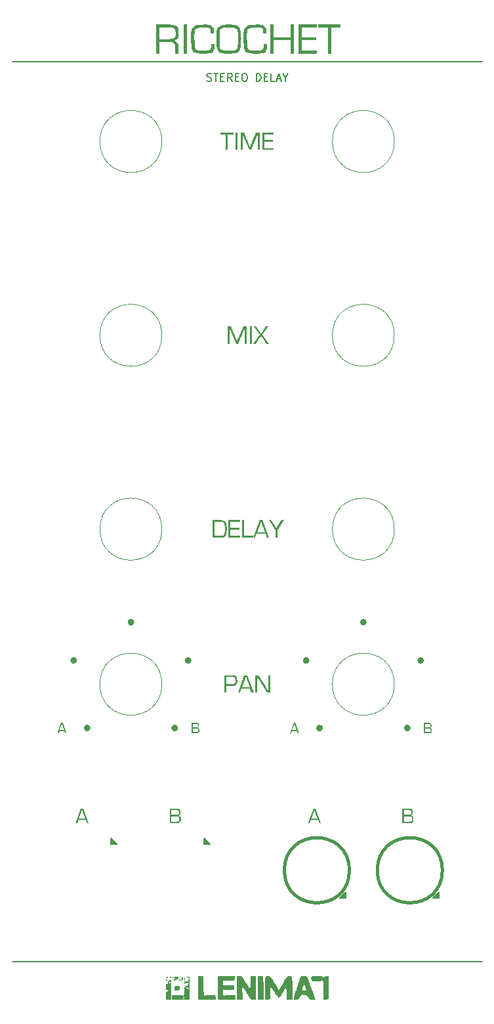
<source format=gto>
G04 #@! TF.GenerationSoftware,KiCad,Pcbnew,8.0.5*
G04 #@! TF.CreationDate,2024-11-24T11:28:15+01:00*
G04 #@! TF.ProjectId,ricochet_panel,7269636f-6368-4657-945f-70616e656c2e,rev?*
G04 #@! TF.SameCoordinates,Original*
G04 #@! TF.FileFunction,Legend,Top*
G04 #@! TF.FilePolarity,Positive*
%FSLAX46Y46*%
G04 Gerber Fmt 4.6, Leading zero omitted, Abs format (unit mm)*
G04 Created by KiCad (PCBNEW 8.0.5) date 2024-11-24 11:28:15*
%MOMM*%
%LPD*%
G01*
G04 APERTURE LIST*
%ADD10C,0.150000*%
%ADD11C,0.400000*%
%ADD12C,0.100000*%
%ADD13C,0.000000*%
%ADD14C,0.450000*%
%ADD15C,6.200000*%
%ADD16C,7.200000*%
%ADD17O,7.000000X3.200000*%
%ADD18C,3.200000*%
G04 APERTURE END LIST*
D10*
X50000000Y-172000000D02*
X110600000Y-172000000D01*
X110600000Y-56000000D02*
X50000000Y-56000000D01*
G36*
X59847034Y-154160000D02*
G01*
X59625750Y-154160000D01*
X59480181Y-153753579D01*
X58531053Y-153753579D01*
X58386950Y-154160000D01*
X58162735Y-154160000D01*
X58368778Y-153597264D01*
X58591626Y-153597264D01*
X59418632Y-153597264D01*
X59002442Y-152457627D01*
X58591626Y-153597264D01*
X58368778Y-153597264D01*
X58849546Y-152284214D01*
X59146545Y-152284214D01*
X59847034Y-154160000D01*
G37*
G36*
X78498188Y-135096312D02*
G01*
X78615475Y-135112078D01*
X78730743Y-135143754D01*
X78844819Y-135205500D01*
X78883196Y-135240534D01*
X78950352Y-135345156D01*
X78991595Y-135472641D01*
X79011132Y-135589557D01*
X79020900Y-135724732D01*
X79022121Y-135799166D01*
X79017051Y-135937666D01*
X79001843Y-136058607D01*
X78971284Y-136177514D01*
X78919462Y-136284144D01*
X78877920Y-136334937D01*
X78776776Y-136403794D01*
X78653238Y-136446081D01*
X78519176Y-136468477D01*
X78384977Y-136476823D01*
X78336287Y-136477380D01*
X78237222Y-136479138D01*
X77587732Y-136479138D01*
X77587732Y-137342000D01*
X77333914Y-137342000D01*
X77333914Y-136254044D01*
X77587732Y-136254044D01*
X78189155Y-136254044D01*
X78321177Y-136251324D01*
X78451083Y-136241274D01*
X78567743Y-136220721D01*
X78672756Y-136176668D01*
X78741831Y-136080044D01*
X78771002Y-135960426D01*
X78779337Y-135836375D01*
X78779441Y-135819096D01*
X78775991Y-135687267D01*
X78763599Y-135564837D01*
X78731844Y-135445668D01*
X78707341Y-135404665D01*
X78597019Y-135342395D01*
X78475386Y-135322062D01*
X78367355Y-135317910D01*
X78270048Y-135316152D01*
X77587732Y-135316152D01*
X77587732Y-136254044D01*
X77333914Y-136254044D01*
X77333914Y-135091057D01*
X78278255Y-135091057D01*
X78363838Y-135091057D01*
X78498188Y-135096312D01*
G37*
G36*
X81138241Y-137342000D02*
G01*
X80872700Y-137342000D01*
X80698018Y-136854295D01*
X79559064Y-136854295D01*
X79386141Y-137342000D01*
X79117083Y-137342000D01*
X79364335Y-136666717D01*
X79631751Y-136666717D01*
X80624159Y-136666717D01*
X80124731Y-135299152D01*
X79631751Y-136666717D01*
X79364335Y-136666717D01*
X79941256Y-135091057D01*
X80297655Y-135091057D01*
X81138241Y-137342000D01*
G37*
G36*
X83279567Y-135091057D02*
G01*
X83279567Y-137342000D01*
X82862205Y-137342000D01*
X81919623Y-135810890D01*
X81766043Y-135558245D01*
X81690425Y-135432802D01*
X81614221Y-135307359D01*
X81607773Y-135307359D01*
X81609532Y-135391769D01*
X81611291Y-135477352D01*
X81611291Y-135646173D01*
X81611291Y-137342000D01*
X81357473Y-137342000D01*
X81357473Y-135091057D01*
X81772491Y-135091057D01*
X82595492Y-136434002D01*
X82809448Y-136786298D01*
X82916720Y-136960981D01*
X83022233Y-137137422D01*
X83029267Y-137137422D01*
X83027508Y-137053598D01*
X83025750Y-136968015D01*
X83025750Y-136799780D01*
X83025750Y-135091057D01*
X83279567Y-135091057D01*
G37*
G36*
X80226727Y-90091057D02*
G01*
X80226727Y-92342000D01*
X79972910Y-92342000D01*
X79972910Y-90541832D01*
X79972910Y-90406424D01*
X79974082Y-90339013D01*
X79975840Y-90271016D01*
X79969392Y-90271016D01*
X79949462Y-90323772D01*
X79930118Y-90375356D01*
X79886741Y-90480869D01*
X79120600Y-92342000D01*
X78866196Y-92342000D01*
X78098297Y-90501972D01*
X78053747Y-90398217D01*
X78033817Y-90345461D01*
X78013886Y-90294463D01*
X78007438Y-90294463D01*
X78009197Y-90355426D01*
X78010956Y-90418147D01*
X78010956Y-90541832D01*
X78010956Y-92342000D01*
X77757138Y-92342000D01*
X77757138Y-90091057D01*
X78197362Y-90091057D01*
X78797027Y-91547722D01*
X78892575Y-91783367D01*
X78940642Y-91900018D01*
X78986950Y-92017254D01*
X78993398Y-92017254D01*
X79039706Y-91900018D01*
X79083616Y-91789970D01*
X79086015Y-91783367D01*
X79182735Y-91549480D01*
X79780055Y-90091057D01*
X80226727Y-90091057D01*
G37*
G36*
X80892630Y-90091057D02*
G01*
X80892630Y-92342000D01*
X80638813Y-92342000D01*
X80638813Y-90091057D01*
X80892630Y-90091057D01*
G37*
G36*
X83030439Y-90091057D02*
G01*
X82311779Y-91178427D01*
X83084954Y-92342000D01*
X82784829Y-92342000D01*
X82264298Y-91554756D01*
X82181646Y-91431071D01*
X82143545Y-91370108D01*
X82104270Y-91307387D01*
X82097236Y-91307387D01*
X82057376Y-91371867D01*
X82016343Y-91434002D01*
X81930760Y-91559445D01*
X81401437Y-92342000D01*
X81090174Y-92342000D01*
X81894417Y-91178427D01*
X81154654Y-90091057D01*
X81461228Y-90091057D01*
X81960656Y-90841958D01*
X82029825Y-90948057D01*
X82064410Y-91000813D01*
X82097236Y-91053570D01*
X82104270Y-91053570D01*
X82137097Y-91002572D01*
X82169923Y-90949815D01*
X82237920Y-90845475D01*
X82730314Y-90091057D01*
X83030439Y-90091057D01*
G37*
G36*
X56997265Y-142562000D02*
G01*
X56842366Y-142562000D01*
X56740468Y-142277505D01*
X56076079Y-142277505D01*
X55975206Y-142562000D01*
X55818256Y-142562000D01*
X55962486Y-142168085D01*
X56118479Y-142168085D01*
X56697384Y-142168085D01*
X56406051Y-141370339D01*
X56118479Y-142168085D01*
X55962486Y-142168085D01*
X56299023Y-141248950D01*
X56506923Y-141248950D01*
X56997265Y-142562000D01*
G37*
G36*
X103777130Y-141250561D02*
G01*
X103852015Y-141256748D01*
X103924552Y-141269831D01*
X103994348Y-141295932D01*
X104021716Y-141314944D01*
X104064156Y-141377414D01*
X104083957Y-141444621D01*
X104093638Y-141518469D01*
X104096259Y-141592942D01*
X104090345Y-141668508D01*
X104068494Y-141742508D01*
X104030543Y-141801258D01*
X103976491Y-141844758D01*
X103928025Y-141866494D01*
X103928025Y-141869571D01*
X103998910Y-141895826D01*
X104055130Y-141936890D01*
X104096684Y-141992766D01*
X104123572Y-142063451D01*
X104134775Y-142133669D01*
X104136608Y-142180736D01*
X104133711Y-142255325D01*
X104123008Y-142331223D01*
X104101118Y-142403297D01*
X104064180Y-142465682D01*
X104054200Y-142476856D01*
X103998409Y-142518014D01*
X103932650Y-142543291D01*
X103862629Y-142556678D01*
X103793338Y-142561667D01*
X103768339Y-142562000D01*
X103125150Y-142562000D01*
X103125150Y-142430695D01*
X103273210Y-142430695D01*
X103587452Y-142430695D01*
X103721151Y-142429669D01*
X103789606Y-142427591D01*
X103861175Y-142418812D01*
X103927822Y-142396420D01*
X103942728Y-142386242D01*
X103980525Y-142324343D01*
X103993536Y-142252018D01*
X103995387Y-142202963D01*
X103992851Y-142132997D01*
X103982137Y-142062083D01*
X103951858Y-141997471D01*
X103942386Y-141988908D01*
X103877263Y-141964737D01*
X103805370Y-141954821D01*
X103736499Y-141950638D01*
X103654815Y-141949243D01*
X103273210Y-141949243D01*
X103273210Y-142430695D01*
X103125150Y-142430695D01*
X103125150Y-141817938D01*
X103273210Y-141817938D01*
X103662679Y-141817938D01*
X103737579Y-141815893D01*
X103807671Y-141808546D01*
X103877040Y-141789721D01*
X103901695Y-141775196D01*
X103939983Y-141711738D01*
X103952485Y-141643804D01*
X103955038Y-141584051D01*
X103950463Y-141512758D01*
X103930837Y-141446535D01*
X103908192Y-141418210D01*
X103839951Y-141390967D01*
X103767075Y-141382071D01*
X103703028Y-141380255D01*
X103273210Y-141380255D01*
X103273210Y-141817938D01*
X103125150Y-141817938D01*
X103125150Y-141248950D01*
X103705764Y-141248950D01*
X103777130Y-141250561D01*
G37*
G36*
X73777130Y-141250561D02*
G01*
X73852015Y-141256748D01*
X73924552Y-141269831D01*
X73994348Y-141295932D01*
X74021716Y-141314944D01*
X74064156Y-141377414D01*
X74083957Y-141444621D01*
X74093638Y-141518469D01*
X74096259Y-141592942D01*
X74090345Y-141668508D01*
X74068494Y-141742508D01*
X74030543Y-141801258D01*
X73976491Y-141844758D01*
X73928025Y-141866494D01*
X73928025Y-141869571D01*
X73998910Y-141895826D01*
X74055130Y-141936890D01*
X74096684Y-141992766D01*
X74123572Y-142063451D01*
X74134775Y-142133669D01*
X74136608Y-142180736D01*
X74133711Y-142255325D01*
X74123008Y-142331223D01*
X74101118Y-142403297D01*
X74064180Y-142465682D01*
X74054200Y-142476856D01*
X73998409Y-142518014D01*
X73932650Y-142543291D01*
X73862629Y-142556678D01*
X73793338Y-142561667D01*
X73768339Y-142562000D01*
X73125150Y-142562000D01*
X73125150Y-142430695D01*
X73273210Y-142430695D01*
X73587452Y-142430695D01*
X73721151Y-142429669D01*
X73789606Y-142427591D01*
X73861175Y-142418812D01*
X73927822Y-142396420D01*
X73942728Y-142386242D01*
X73980525Y-142324343D01*
X73993536Y-142252018D01*
X73995387Y-142202963D01*
X73992851Y-142132997D01*
X73982137Y-142062083D01*
X73951858Y-141997471D01*
X73942386Y-141988908D01*
X73877263Y-141964737D01*
X73805370Y-141954821D01*
X73736499Y-141950638D01*
X73654815Y-141949243D01*
X73273210Y-141949243D01*
X73273210Y-142430695D01*
X73125150Y-142430695D01*
X73125150Y-141817938D01*
X73273210Y-141817938D01*
X73662679Y-141817938D01*
X73737579Y-141815893D01*
X73807671Y-141808546D01*
X73877040Y-141789721D01*
X73901695Y-141775196D01*
X73939983Y-141711738D01*
X73952485Y-141643804D01*
X73955038Y-141584051D01*
X73950463Y-141512758D01*
X73930837Y-141446535D01*
X73908192Y-141418210D01*
X73839951Y-141390967D01*
X73767075Y-141382071D01*
X73703028Y-141380255D01*
X73273210Y-141380255D01*
X73273210Y-141817938D01*
X73125150Y-141817938D01*
X73125150Y-141248950D01*
X73705764Y-141248950D01*
X73777130Y-141250561D01*
G37*
G36*
X89847034Y-154160000D02*
G01*
X89625750Y-154160000D01*
X89480181Y-153753579D01*
X88531053Y-153753579D01*
X88386950Y-154160000D01*
X88162735Y-154160000D01*
X88368778Y-153597264D01*
X88591626Y-153597264D01*
X89418632Y-153597264D01*
X89002442Y-152457627D01*
X88591626Y-153597264D01*
X88368778Y-153597264D01*
X88849546Y-152284214D01*
X89146545Y-152284214D01*
X89847034Y-154160000D01*
G37*
G36*
X76986609Y-115096252D02*
G01*
X77114710Y-115111837D01*
X77248333Y-115144254D01*
X77360028Y-115191631D01*
X77462626Y-115265815D01*
X77497460Y-115303842D01*
X77564383Y-115415560D01*
X77608663Y-115540966D01*
X77636338Y-115666378D01*
X77655626Y-115810794D01*
X77665019Y-115940010D01*
X77669044Y-116081390D01*
X77669212Y-116118636D01*
X77667872Y-116251636D01*
X77663854Y-116376085D01*
X77654328Y-116528712D01*
X77640040Y-116666135D01*
X77620989Y-116788354D01*
X77590478Y-116919748D01*
X77544041Y-117046061D01*
X77516804Y-117096389D01*
X77435568Y-117192091D01*
X77325216Y-117264287D01*
X77207456Y-117307461D01*
X77068304Y-117333365D01*
X76936003Y-117341760D01*
X76907760Y-117342000D01*
X75801633Y-117342000D01*
X75801633Y-117116905D01*
X76055451Y-117116905D01*
X76788765Y-117116905D01*
X76907980Y-117113013D01*
X77032562Y-117098065D01*
X77152435Y-117066457D01*
X77266247Y-117003396D01*
X77309882Y-116957464D01*
X77366554Y-116836428D01*
X77394031Y-116721270D01*
X77410632Y-116604243D01*
X77421508Y-116468067D01*
X77426088Y-116345339D01*
X77427118Y-116245251D01*
X77425534Y-116100538D01*
X77420780Y-115969745D01*
X77410382Y-115825833D01*
X77395032Y-115703673D01*
X77370075Y-115585796D01*
X77325709Y-115477352D01*
X77234736Y-115392344D01*
X77122225Y-115347006D01*
X76994807Y-115323865D01*
X76864070Y-115316309D01*
X76840349Y-115316152D01*
X76055451Y-115316152D01*
X76055451Y-117116905D01*
X75801633Y-117116905D01*
X75801633Y-115091057D01*
X76843280Y-115091057D01*
X76986609Y-115096252D01*
G37*
G36*
X78159261Y-115316152D02*
G01*
X78159261Y-116066466D01*
X79301731Y-116066466D01*
X79301731Y-116291560D01*
X78159261Y-116291560D01*
X78159261Y-117116905D01*
X79351557Y-117116905D01*
X79351557Y-117342000D01*
X77905444Y-117342000D01*
X77905444Y-115091057D01*
X79351557Y-115091057D01*
X79351557Y-115316152D01*
X78159261Y-115316152D01*
G37*
G36*
X79921913Y-115091057D02*
G01*
X79921913Y-117116905D01*
X81079037Y-117116905D01*
X81079037Y-117342000D01*
X79668095Y-117342000D01*
X79668095Y-115091057D01*
X79921913Y-115091057D01*
G37*
G36*
X83118368Y-117342000D02*
G01*
X82852827Y-117342000D01*
X82678144Y-116854295D01*
X81539191Y-116854295D01*
X81366267Y-117342000D01*
X81097209Y-117342000D01*
X81344461Y-116666717D01*
X81611878Y-116666717D01*
X82604285Y-116666717D01*
X82104857Y-115299152D01*
X81611878Y-116666717D01*
X81344461Y-116666717D01*
X81921382Y-115091057D01*
X82277781Y-115091057D01*
X83118368Y-117342000D01*
G37*
G36*
X85040461Y-115091057D02*
G01*
X84189910Y-116402935D01*
X84189910Y-117342000D01*
X83936093Y-117342000D01*
X83936093Y-116402935D01*
X83106644Y-115091057D01*
X83401494Y-115091057D01*
X83884509Y-115851923D01*
X83977125Y-115999055D01*
X84023434Y-116071741D01*
X84067984Y-116145600D01*
X84074432Y-116145600D01*
X84118982Y-116071741D01*
X84163532Y-115999055D01*
X84257321Y-115851923D01*
X84738577Y-115091057D01*
X85040461Y-115091057D01*
G37*
G36*
X71246544Y-152286516D02*
G01*
X71353523Y-152295355D01*
X71457146Y-152314044D01*
X71556855Y-152351332D01*
X71595953Y-152378492D01*
X71656581Y-152467735D01*
X71684868Y-152563745D01*
X71698699Y-152669242D01*
X71702443Y-152775631D01*
X71693993Y-152883583D01*
X71662778Y-152989297D01*
X71608562Y-153073226D01*
X71531345Y-153135369D01*
X71462108Y-153166420D01*
X71462108Y-153170816D01*
X71563373Y-153208323D01*
X71643687Y-153266987D01*
X71703049Y-153346808D01*
X71741460Y-153447787D01*
X71757465Y-153548099D01*
X71760084Y-153615338D01*
X71755945Y-153721893D01*
X71740655Y-153830318D01*
X71709384Y-153933282D01*
X71656615Y-154022403D01*
X71642359Y-154038367D01*
X71562657Y-154097164D01*
X71468716Y-154133274D01*
X71368685Y-154152397D01*
X71269698Y-154159524D01*
X71233985Y-154160000D01*
X70315143Y-154160000D01*
X70315143Y-153972421D01*
X70526658Y-153972421D01*
X70975576Y-153972421D01*
X71166574Y-153970956D01*
X71264367Y-153967987D01*
X71366609Y-153955446D01*
X71461818Y-153923458D01*
X71483113Y-153908918D01*
X71537108Y-153820490D01*
X71555695Y-153717168D01*
X71558339Y-153647090D01*
X71554716Y-153547139D01*
X71539411Y-153445833D01*
X71496155Y-153353531D01*
X71482624Y-153341297D01*
X71389590Y-153306768D01*
X71286886Y-153292602D01*
X71188500Y-153286625D01*
X71071808Y-153284633D01*
X70526658Y-153284633D01*
X70526658Y-153972421D01*
X70315143Y-153972421D01*
X70315143Y-153097055D01*
X70526658Y-153097055D01*
X71083043Y-153097055D01*
X71190043Y-153094133D01*
X71290175Y-153083638D01*
X71389272Y-153056745D01*
X71424494Y-153035994D01*
X71479191Y-152945340D01*
X71497052Y-152848292D01*
X71500698Y-152762930D01*
X71494163Y-152661083D01*
X71466126Y-152566479D01*
X71433776Y-152526015D01*
X71336288Y-152487096D01*
X71232180Y-152474388D01*
X71140684Y-152471793D01*
X70526658Y-152471793D01*
X70526658Y-153097055D01*
X70315143Y-153097055D01*
X70315143Y-152284214D01*
X71144592Y-152284214D01*
X71246544Y-152286516D01*
G37*
G36*
X86997265Y-142562000D02*
G01*
X86842366Y-142562000D01*
X86740468Y-142277505D01*
X86076079Y-142277505D01*
X85975206Y-142562000D01*
X85818256Y-142562000D01*
X85962486Y-142168085D01*
X86118479Y-142168085D01*
X86697384Y-142168085D01*
X86406051Y-141370339D01*
X86118479Y-142168085D01*
X85962486Y-142168085D01*
X86299023Y-141248950D01*
X86506923Y-141248950D01*
X86997265Y-142562000D01*
G37*
G36*
X77816929Y-65316152D02*
G01*
X77816929Y-67342000D01*
X77563112Y-67342000D01*
X77563112Y-65316152D01*
X76829797Y-65316152D01*
X76829797Y-65091057D01*
X78544382Y-65091057D01*
X78544382Y-65316152D01*
X77816929Y-65316152D01*
G37*
G36*
X79014501Y-65091057D02*
G01*
X79014501Y-67342000D01*
X78760683Y-67342000D01*
X78760683Y-65091057D01*
X79014501Y-65091057D01*
G37*
G36*
X81912589Y-65091057D02*
G01*
X81912589Y-67342000D01*
X81658771Y-67342000D01*
X81658771Y-65541832D01*
X81658771Y-65406424D01*
X81659944Y-65339013D01*
X81661702Y-65271016D01*
X81655254Y-65271016D01*
X81635324Y-65323772D01*
X81615980Y-65375356D01*
X81572602Y-65480869D01*
X80806461Y-67342000D01*
X80552058Y-67342000D01*
X79784159Y-65501972D01*
X79739609Y-65398217D01*
X79719679Y-65345461D01*
X79699748Y-65294463D01*
X79693300Y-65294463D01*
X79695059Y-65355426D01*
X79696817Y-65418147D01*
X79696817Y-65541832D01*
X79696817Y-67342000D01*
X79443000Y-67342000D01*
X79443000Y-65091057D01*
X79883224Y-65091057D01*
X80482889Y-66547722D01*
X80578436Y-66783367D01*
X80626503Y-66900018D01*
X80672812Y-67017254D01*
X80679260Y-67017254D01*
X80725568Y-66900018D01*
X80769478Y-66789970D01*
X80771877Y-66783367D01*
X80868597Y-66549480D01*
X81465917Y-65091057D01*
X81912589Y-65091057D01*
G37*
G36*
X82487634Y-65316152D02*
G01*
X82487634Y-66066466D01*
X83630104Y-66066466D01*
X83630104Y-66291560D01*
X82487634Y-66291560D01*
X82487634Y-67116905D01*
X83679930Y-67116905D01*
X83679930Y-67342000D01*
X82233817Y-67342000D01*
X82233817Y-65091057D01*
X83679930Y-65091057D01*
X83679930Y-65316152D01*
X82487634Y-65316152D01*
G37*
G36*
X70590133Y-51176879D02*
G01*
X70808267Y-51208094D01*
X71015660Y-51271933D01*
X71195550Y-51379661D01*
X71227844Y-51408764D01*
X71347327Y-51571928D01*
X71420707Y-51763933D01*
X71459569Y-51968203D01*
X71474052Y-52170230D01*
X71475018Y-52243098D01*
X71468566Y-52456243D01*
X71445394Y-52662857D01*
X71392729Y-52865655D01*
X71340195Y-52970942D01*
X71190343Y-53114407D01*
X71000576Y-53198271D01*
X70826309Y-53237655D01*
X70826309Y-53246448D01*
X71028839Y-53285397D01*
X71212165Y-53387618D01*
X71338455Y-53550988D01*
X71401310Y-53739688D01*
X71422261Y-53973314D01*
X71422261Y-54920000D01*
X70999232Y-54920000D01*
X70999232Y-54068080D01*
X70979243Y-53847621D01*
X70905392Y-53648067D01*
X70754358Y-53496026D01*
X70563900Y-53429508D01*
X70430635Y-53419371D01*
X70290928Y-53419371D01*
X69013050Y-53419371D01*
X69013050Y-54920000D01*
X68590021Y-54920000D01*
X68590021Y-53044214D01*
X69013050Y-53044214D01*
X70235241Y-53044214D01*
X70432090Y-53037249D01*
X70641905Y-53007822D01*
X70832229Y-52940582D01*
X70894697Y-52898646D01*
X71008556Y-52737965D01*
X71059560Y-52535762D01*
X71070551Y-52350565D01*
X71064287Y-52147605D01*
X71037823Y-51935840D01*
X70970320Y-51739561D01*
X70939637Y-51695994D01*
X70768721Y-51591809D01*
X70576570Y-51553112D01*
X70380810Y-51543586D01*
X69013050Y-51543586D01*
X69013050Y-53044214D01*
X68590021Y-53044214D01*
X68590021Y-51168429D01*
X70375925Y-51168429D01*
X70590133Y-51176879D01*
G37*
G36*
X72498884Y-51168429D02*
G01*
X72498884Y-54920000D01*
X72075855Y-54920000D01*
X72075855Y-51168429D01*
X72498884Y-51168429D01*
G37*
G36*
X75672087Y-53669476D02*
G01*
X76092184Y-53669476D01*
X76092184Y-53813091D01*
X76085816Y-54030376D01*
X76061361Y-54255416D01*
X76009649Y-54468734D01*
X75919982Y-54647611D01*
X75831333Y-54736329D01*
X75651448Y-54816685D01*
X75451619Y-54861885D01*
X75242591Y-54889687D01*
X75047548Y-54905471D01*
X74827775Y-54915515D01*
X74583273Y-54919820D01*
X74518283Y-54920000D01*
X74293320Y-54914855D01*
X74089820Y-54899422D01*
X73865627Y-54865662D01*
X73674970Y-54815826D01*
X73490448Y-54734802D01*
X73336208Y-54611016D01*
X73319540Y-54590760D01*
X73220183Y-54403561D01*
X73154444Y-54175087D01*
X73113357Y-53936731D01*
X73089451Y-53714653D01*
X73073514Y-53464671D01*
X73066791Y-53258871D01*
X73064550Y-53037376D01*
X73065451Y-52809589D01*
X73068153Y-52603967D01*
X73074063Y-52378109D01*
X73084871Y-52152795D01*
X73102602Y-51952960D01*
X73122191Y-51835701D01*
X73204497Y-51643740D01*
X73343441Y-51482288D01*
X73452408Y-51395087D01*
X73627138Y-51306770D01*
X73833240Y-51248335D01*
X74044716Y-51211813D01*
X74239896Y-51190564D01*
X74458188Y-51176398D01*
X74699592Y-51169315D01*
X74828960Y-51168429D01*
X75041604Y-51173677D01*
X75266552Y-51193827D01*
X75487317Y-51236436D01*
X75684665Y-51310319D01*
X75794208Y-51383363D01*
X75925584Y-51556909D01*
X75995651Y-51752212D01*
X76031415Y-51964275D01*
X76043092Y-52176629D01*
X76043336Y-52214766D01*
X76045290Y-52293900D01*
X75625192Y-52293900D01*
X75622261Y-52189364D01*
X75610592Y-51981267D01*
X75564635Y-51790104D01*
X75474738Y-51660823D01*
X75275826Y-51580681D01*
X75073300Y-51552860D01*
X74875389Y-51544044D01*
X74812352Y-51543586D01*
X74596716Y-51545861D01*
X74358169Y-51555101D01*
X74154064Y-51571449D01*
X73954601Y-51600449D01*
X73765802Y-51655037D01*
X73704466Y-51689155D01*
X73590440Y-51850303D01*
X73537241Y-52044216D01*
X73511228Y-52266885D01*
X73504187Y-52497110D01*
X73505372Y-52771615D01*
X73508927Y-53023965D01*
X73514852Y-53254162D01*
X73523146Y-53462206D01*
X73537893Y-53705136D01*
X73556852Y-53908681D01*
X73586476Y-54107730D01*
X73639009Y-54283014D01*
X73786814Y-54421088D01*
X73996558Y-54494727D01*
X74207240Y-54528478D01*
X74417756Y-54542541D01*
X74559316Y-54544842D01*
X74778877Y-54542195D01*
X75006206Y-54532028D01*
X75221588Y-54510530D01*
X75419648Y-54467640D01*
X75491347Y-54436399D01*
X75618239Y-54278679D01*
X75668089Y-54066600D01*
X75676971Y-53891249D01*
X75672087Y-53669476D01*
G37*
G36*
X78178278Y-51173192D02*
G01*
X78406691Y-51187480D01*
X78610221Y-51211294D01*
X78829644Y-51254456D01*
X79041631Y-51325897D01*
X79218191Y-51436333D01*
X79254641Y-51473244D01*
X79358565Y-51649884D01*
X79427327Y-51870871D01*
X79470303Y-52104089D01*
X79495308Y-52322778D01*
X79511977Y-52570013D01*
X79519010Y-52774172D01*
X79521354Y-52994389D01*
X79519104Y-53231401D01*
X79512355Y-53450776D01*
X79501107Y-53652514D01*
X79479109Y-53894062D01*
X79449113Y-54104256D01*
X79400370Y-54322906D01*
X79325380Y-54520617D01*
X79265387Y-54613230D01*
X79085991Y-54747442D01*
X78883323Y-54822936D01*
X78669830Y-54869371D01*
X78469841Y-54895734D01*
X78243901Y-54912510D01*
X77992010Y-54919700D01*
X77924983Y-54920000D01*
X77667902Y-54915221D01*
X77436436Y-54900887D01*
X77230585Y-54876997D01*
X77009292Y-54833697D01*
X76796572Y-54762027D01*
X76621241Y-54651237D01*
X76585555Y-54614207D01*
X76484295Y-54434095D01*
X76417296Y-54205964D01*
X76375422Y-53963854D01*
X76351059Y-53736128D01*
X76334817Y-53478146D01*
X76327965Y-53264805D01*
X76325767Y-53043237D01*
X76730147Y-53043237D01*
X76731469Y-53245173D01*
X76737346Y-53488988D01*
X76747925Y-53703739D01*
X76767760Y-53931304D01*
X76801259Y-54144437D01*
X76871344Y-54341518D01*
X76880600Y-54354333D01*
X77072099Y-54462797D01*
X77284963Y-54508378D01*
X77480343Y-54529773D01*
X77711835Y-54541866D01*
X77923029Y-54544842D01*
X78134665Y-54541866D01*
X78366581Y-54529773D01*
X78562243Y-54508378D01*
X78775261Y-54462797D01*
X78956306Y-54366054D01*
X78966434Y-54354333D01*
X79046290Y-54144437D01*
X79080007Y-53931304D01*
X79099971Y-53703739D01*
X79110619Y-53488988D01*
X79116534Y-53245173D01*
X79117865Y-53043237D01*
X79117865Y-52806810D01*
X79114934Y-52465847D01*
X79107584Y-52256653D01*
X79080429Y-52051489D01*
X79016115Y-51849256D01*
X78905862Y-51705764D01*
X78720466Y-51620240D01*
X78524839Y-51579221D01*
X78313997Y-51556415D01*
X78107859Y-51546120D01*
X77923029Y-51543586D01*
X77711835Y-51546563D01*
X77480343Y-51558656D01*
X77284963Y-51580051D01*
X77072099Y-51625632D01*
X76890787Y-51722375D01*
X76880600Y-51734096D01*
X76801259Y-51943801D01*
X76767760Y-52156636D01*
X76747925Y-52383849D01*
X76737346Y-52598248D01*
X76731469Y-52841651D01*
X76730147Y-53043237D01*
X76325767Y-53043237D01*
X76325680Y-53034445D01*
X76325680Y-52774570D01*
X76331542Y-52425792D01*
X76339747Y-52210185D01*
X76371255Y-51981116D01*
X76426392Y-51784401D01*
X76520586Y-51595793D01*
X76667620Y-51434166D01*
X76842992Y-51330622D01*
X77037737Y-51262112D01*
X77231352Y-51219293D01*
X77453446Y-51189450D01*
X77651626Y-51174917D01*
X77868033Y-51168689D01*
X77924983Y-51168429D01*
X78178278Y-51173192D01*
G37*
G36*
X82444452Y-53669476D02*
G01*
X82864550Y-53669476D01*
X82864550Y-53813091D01*
X82858182Y-54030376D01*
X82833727Y-54255416D01*
X82782015Y-54468734D01*
X82692347Y-54647611D01*
X82603699Y-54736329D01*
X82423814Y-54816685D01*
X82223985Y-54861885D01*
X82014957Y-54889687D01*
X81819914Y-54905471D01*
X81600141Y-54915515D01*
X81355639Y-54919820D01*
X81290649Y-54920000D01*
X81065686Y-54914855D01*
X80862186Y-54899422D01*
X80637993Y-54865662D01*
X80447336Y-54815826D01*
X80262814Y-54734802D01*
X80108574Y-54611016D01*
X80091905Y-54590760D01*
X79992549Y-54403561D01*
X79926809Y-54175087D01*
X79885722Y-53936731D01*
X79861817Y-53714653D01*
X79845880Y-53464671D01*
X79839157Y-53258871D01*
X79836916Y-53037376D01*
X79837816Y-52809589D01*
X79840518Y-52603967D01*
X79846429Y-52378109D01*
X79857236Y-52152795D01*
X79874968Y-51952960D01*
X79894557Y-51835701D01*
X79976863Y-51643740D01*
X80115807Y-51482288D01*
X80224773Y-51395087D01*
X80399503Y-51306770D01*
X80605606Y-51248335D01*
X80817081Y-51211813D01*
X81012262Y-51190564D01*
X81230554Y-51176398D01*
X81471957Y-51169315D01*
X81601326Y-51168429D01*
X81813970Y-51173677D01*
X82038918Y-51193827D01*
X82259683Y-51236436D01*
X82457031Y-51310319D01*
X82566574Y-51383363D01*
X82697950Y-51556909D01*
X82768017Y-51752212D01*
X82803780Y-51964275D01*
X82815458Y-52176629D01*
X82815701Y-52214766D01*
X82817655Y-52293900D01*
X82397558Y-52293900D01*
X82394627Y-52189364D01*
X82382957Y-51981267D01*
X82337001Y-51790104D01*
X82247104Y-51660823D01*
X82048191Y-51580681D01*
X81845666Y-51552860D01*
X81647755Y-51544044D01*
X81584717Y-51543586D01*
X81369082Y-51545861D01*
X81130535Y-51555101D01*
X80926430Y-51571449D01*
X80726967Y-51600449D01*
X80538167Y-51655037D01*
X80476832Y-51689155D01*
X80362806Y-51850303D01*
X80309607Y-52044216D01*
X80283594Y-52266885D01*
X80276553Y-52497110D01*
X80277738Y-52771615D01*
X80281293Y-53023965D01*
X80287217Y-53254162D01*
X80295512Y-53462206D01*
X80310258Y-53705136D01*
X80329218Y-53908681D01*
X80358842Y-54107730D01*
X80411375Y-54283014D01*
X80559180Y-54421088D01*
X80768923Y-54494727D01*
X80979606Y-54528478D01*
X81190122Y-54542541D01*
X81331682Y-54544842D01*
X81551243Y-54542195D01*
X81778572Y-54532028D01*
X81993954Y-54510530D01*
X82192014Y-54467640D01*
X82263713Y-54436399D01*
X82390604Y-54278679D01*
X82440455Y-54066600D01*
X82449337Y-53891249D01*
X82444452Y-53669476D01*
G37*
G36*
X86365038Y-51168429D02*
G01*
X86365038Y-54920000D01*
X85942010Y-54920000D01*
X85942010Y-53169267D01*
X83749686Y-53169267D01*
X83749686Y-54920000D01*
X83326657Y-54920000D01*
X83326657Y-51168429D01*
X83749686Y-51168429D01*
X83749686Y-52794110D01*
X85942010Y-52794110D01*
X85942010Y-51168429D01*
X86365038Y-51168429D01*
G37*
G36*
X87330286Y-51543586D02*
G01*
X87330286Y-52794110D01*
X89234403Y-52794110D01*
X89234403Y-53169267D01*
X87330286Y-53169267D01*
X87330286Y-54544842D01*
X89317446Y-54544842D01*
X89317446Y-54920000D01*
X86907258Y-54920000D01*
X86907258Y-51168429D01*
X89317446Y-51168429D01*
X89317446Y-51543586D01*
X87330286Y-51543586D01*
G37*
G36*
X91152198Y-51543586D02*
G01*
X91152198Y-54920000D01*
X90729170Y-54920000D01*
X90729170Y-51543586D01*
X89506978Y-51543586D01*
X89506978Y-51168429D01*
X92364620Y-51168429D01*
X92364620Y-51543586D01*
X91152198Y-51543586D01*
G37*
X75109523Y-58422200D02*
X75252380Y-58469819D01*
X75252380Y-58469819D02*
X75490475Y-58469819D01*
X75490475Y-58469819D02*
X75585713Y-58422200D01*
X75585713Y-58422200D02*
X75633332Y-58374580D01*
X75633332Y-58374580D02*
X75680951Y-58279342D01*
X75680951Y-58279342D02*
X75680951Y-58184104D01*
X75680951Y-58184104D02*
X75633332Y-58088866D01*
X75633332Y-58088866D02*
X75585713Y-58041247D01*
X75585713Y-58041247D02*
X75490475Y-57993628D01*
X75490475Y-57993628D02*
X75299999Y-57946009D01*
X75299999Y-57946009D02*
X75204761Y-57898390D01*
X75204761Y-57898390D02*
X75157142Y-57850771D01*
X75157142Y-57850771D02*
X75109523Y-57755533D01*
X75109523Y-57755533D02*
X75109523Y-57660295D01*
X75109523Y-57660295D02*
X75157142Y-57565057D01*
X75157142Y-57565057D02*
X75204761Y-57517438D01*
X75204761Y-57517438D02*
X75299999Y-57469819D01*
X75299999Y-57469819D02*
X75538094Y-57469819D01*
X75538094Y-57469819D02*
X75680951Y-57517438D01*
X75966666Y-57469819D02*
X76538094Y-57469819D01*
X76252380Y-58469819D02*
X76252380Y-57469819D01*
X76871428Y-57946009D02*
X77204761Y-57946009D01*
X77347618Y-58469819D02*
X76871428Y-58469819D01*
X76871428Y-58469819D02*
X76871428Y-57469819D01*
X76871428Y-57469819D02*
X77347618Y-57469819D01*
X78347618Y-58469819D02*
X78014285Y-57993628D01*
X77776190Y-58469819D02*
X77776190Y-57469819D01*
X77776190Y-57469819D02*
X78157142Y-57469819D01*
X78157142Y-57469819D02*
X78252380Y-57517438D01*
X78252380Y-57517438D02*
X78299999Y-57565057D01*
X78299999Y-57565057D02*
X78347618Y-57660295D01*
X78347618Y-57660295D02*
X78347618Y-57803152D01*
X78347618Y-57803152D02*
X78299999Y-57898390D01*
X78299999Y-57898390D02*
X78252380Y-57946009D01*
X78252380Y-57946009D02*
X78157142Y-57993628D01*
X78157142Y-57993628D02*
X77776190Y-57993628D01*
X78776190Y-57946009D02*
X79109523Y-57946009D01*
X79252380Y-58469819D02*
X78776190Y-58469819D01*
X78776190Y-58469819D02*
X78776190Y-57469819D01*
X78776190Y-57469819D02*
X79252380Y-57469819D01*
X79871428Y-57469819D02*
X80061904Y-57469819D01*
X80061904Y-57469819D02*
X80157142Y-57517438D01*
X80157142Y-57517438D02*
X80252380Y-57612676D01*
X80252380Y-57612676D02*
X80299999Y-57803152D01*
X80299999Y-57803152D02*
X80299999Y-58136485D01*
X80299999Y-58136485D02*
X80252380Y-58326961D01*
X80252380Y-58326961D02*
X80157142Y-58422200D01*
X80157142Y-58422200D02*
X80061904Y-58469819D01*
X80061904Y-58469819D02*
X79871428Y-58469819D01*
X79871428Y-58469819D02*
X79776190Y-58422200D01*
X79776190Y-58422200D02*
X79680952Y-58326961D01*
X79680952Y-58326961D02*
X79633333Y-58136485D01*
X79633333Y-58136485D02*
X79633333Y-57803152D01*
X79633333Y-57803152D02*
X79680952Y-57612676D01*
X79680952Y-57612676D02*
X79776190Y-57517438D01*
X79776190Y-57517438D02*
X79871428Y-57469819D01*
X81490476Y-58469819D02*
X81490476Y-57469819D01*
X81490476Y-57469819D02*
X81728571Y-57469819D01*
X81728571Y-57469819D02*
X81871428Y-57517438D01*
X81871428Y-57517438D02*
X81966666Y-57612676D01*
X81966666Y-57612676D02*
X82014285Y-57707914D01*
X82014285Y-57707914D02*
X82061904Y-57898390D01*
X82061904Y-57898390D02*
X82061904Y-58041247D01*
X82061904Y-58041247D02*
X82014285Y-58231723D01*
X82014285Y-58231723D02*
X81966666Y-58326961D01*
X81966666Y-58326961D02*
X81871428Y-58422200D01*
X81871428Y-58422200D02*
X81728571Y-58469819D01*
X81728571Y-58469819D02*
X81490476Y-58469819D01*
X82490476Y-57946009D02*
X82823809Y-57946009D01*
X82966666Y-58469819D02*
X82490476Y-58469819D01*
X82490476Y-58469819D02*
X82490476Y-57469819D01*
X82490476Y-57469819D02*
X82966666Y-57469819D01*
X83871428Y-58469819D02*
X83395238Y-58469819D01*
X83395238Y-58469819D02*
X83395238Y-57469819D01*
X84157143Y-58184104D02*
X84633333Y-58184104D01*
X84061905Y-58469819D02*
X84395238Y-57469819D01*
X84395238Y-57469819D02*
X84728571Y-58469819D01*
X85252381Y-57993628D02*
X85252381Y-58469819D01*
X84919048Y-57469819D02*
X85252381Y-57993628D01*
X85252381Y-57993628D02*
X85585714Y-57469819D01*
G36*
X101246544Y-152286516D02*
G01*
X101353523Y-152295355D01*
X101457146Y-152314044D01*
X101556855Y-152351332D01*
X101595953Y-152378492D01*
X101656581Y-152467735D01*
X101684868Y-152563745D01*
X101698699Y-152669242D01*
X101702443Y-152775631D01*
X101693993Y-152883583D01*
X101662778Y-152989297D01*
X101608562Y-153073226D01*
X101531345Y-153135369D01*
X101462108Y-153166420D01*
X101462108Y-153170816D01*
X101563373Y-153208323D01*
X101643687Y-153266987D01*
X101703049Y-153346808D01*
X101741460Y-153447787D01*
X101757465Y-153548099D01*
X101760084Y-153615338D01*
X101755945Y-153721893D01*
X101740655Y-153830318D01*
X101709384Y-153933282D01*
X101656615Y-154022403D01*
X101642359Y-154038367D01*
X101562657Y-154097164D01*
X101468716Y-154133274D01*
X101368685Y-154152397D01*
X101269698Y-154159524D01*
X101233985Y-154160000D01*
X100315143Y-154160000D01*
X100315143Y-153972421D01*
X100526658Y-153972421D01*
X100975576Y-153972421D01*
X101166574Y-153970956D01*
X101264367Y-153967987D01*
X101366609Y-153955446D01*
X101461818Y-153923458D01*
X101483113Y-153908918D01*
X101537108Y-153820490D01*
X101555695Y-153717168D01*
X101558339Y-153647090D01*
X101554716Y-153547139D01*
X101539411Y-153445833D01*
X101496155Y-153353531D01*
X101482624Y-153341297D01*
X101389590Y-153306768D01*
X101286886Y-153292602D01*
X101188500Y-153286625D01*
X101071808Y-153284633D01*
X100526658Y-153284633D01*
X100526658Y-153972421D01*
X100315143Y-153972421D01*
X100315143Y-153097055D01*
X100526658Y-153097055D01*
X101083043Y-153097055D01*
X101190043Y-153094133D01*
X101290175Y-153083638D01*
X101389272Y-153056745D01*
X101424494Y-153035994D01*
X101479191Y-152945340D01*
X101497052Y-152848292D01*
X101500698Y-152762930D01*
X101494163Y-152661083D01*
X101466126Y-152566479D01*
X101433776Y-152526015D01*
X101336288Y-152487096D01*
X101232180Y-152474388D01*
X101140684Y-152471793D01*
X100526658Y-152471793D01*
X100526658Y-153097055D01*
X100315143Y-153097055D01*
X100315143Y-152284214D01*
X101144592Y-152284214D01*
X101246544Y-152286516D01*
G37*
D11*
X105500000Y-160250000D02*
G75*
G02*
X97100000Y-160250000I-4200000J0D01*
G01*
X97100000Y-160250000D02*
G75*
G02*
X105500000Y-160250000I4200000J0D01*
G01*
D10*
X105040001Y-163850001D02*
X104300000Y-163850000D01*
X105040000Y-163060000D01*
X105040001Y-163850001D01*
G36*
X105040001Y-163850001D02*
G01*
X104300000Y-163850000D01*
X105040000Y-163060000D01*
X105040001Y-163850001D01*
G37*
D12*
X99300000Y-116250000D02*
G75*
G02*
X91300000Y-116250000I-4000000J0D01*
G01*
X91300000Y-116250000D02*
G75*
G02*
X99300000Y-116250000I4000000J0D01*
G01*
X99300000Y-66250000D02*
G75*
G02*
X91300000Y-66250000I-4000000J0D01*
G01*
X91300000Y-66250000D02*
G75*
G02*
X99300000Y-66250000I4000000J0D01*
G01*
X99300000Y-91250000D02*
G75*
G02*
X91300000Y-91250000I-4000000J0D01*
G01*
X91300000Y-91250000D02*
G75*
G02*
X99300000Y-91250000I4000000J0D01*
G01*
X69300000Y-91250000D02*
G75*
G02*
X61300000Y-91250000I-4000000J0D01*
G01*
X61300000Y-91250000D02*
G75*
G02*
X69300000Y-91250000I4000000J0D01*
G01*
D13*
G36*
X71764000Y-174003000D02*
G01*
X71721667Y-174045333D01*
X71679334Y-174003000D01*
X71721667Y-173960666D01*
X71764000Y-174003000D01*
G37*
G36*
X71651111Y-174242888D02*
G01*
X71639489Y-174293223D01*
X71594667Y-174299333D01*
X71524977Y-174268355D01*
X71538222Y-174242888D01*
X71638702Y-174232755D01*
X71651111Y-174242888D01*
G37*
G36*
X69882448Y-174257000D02*
G01*
X70003822Y-174389089D01*
X70022263Y-174405166D01*
X70022999Y-174457975D01*
X69957778Y-174468666D01*
X69838847Y-174399721D01*
X69817963Y-174320500D01*
X69845118Y-174233889D01*
X69882448Y-174257000D01*
G37*
G36*
X70056339Y-174006384D02*
G01*
X70070667Y-174045333D01*
X70002090Y-174120447D01*
X69943667Y-174130000D01*
X69830995Y-174084282D01*
X69816667Y-174045333D01*
X69885243Y-173970218D01*
X69943667Y-173960666D01*
X70056339Y-174006384D01*
G37*
G36*
X70457876Y-174029444D02*
G01*
X70465778Y-174087666D01*
X70455948Y-174202722D01*
X70402232Y-174178898D01*
X70381111Y-174158222D01*
X70326651Y-174042604D01*
X70371113Y-173964408D01*
X70395222Y-173960666D01*
X70457876Y-174029444D01*
G37*
G36*
X82029834Y-173892298D02*
G01*
X82389667Y-173918333D01*
X82412787Y-175421166D01*
X82435907Y-176924000D01*
X82052954Y-176924000D01*
X81670000Y-176924000D01*
X81670000Y-175395131D01*
X81670000Y-173866263D01*
X82029834Y-173892298D01*
G37*
G36*
X72253753Y-174033954D02*
G01*
X72289465Y-174210638D01*
X72290060Y-174214666D01*
X72296116Y-174391738D01*
X72259241Y-174468571D01*
X72257337Y-174468666D01*
X72208169Y-174395035D01*
X72187338Y-174217647D01*
X72187334Y-174214666D01*
X72196833Y-174036164D01*
X72219712Y-173960680D01*
X72220057Y-173960666D01*
X72253753Y-174033954D01*
G37*
G36*
X72012098Y-174049100D02*
G01*
X72018000Y-174208619D01*
X72007246Y-174371194D01*
X71943519Y-174443659D01*
X71779625Y-174458253D01*
X71658167Y-174454433D01*
X71298334Y-174440201D01*
X71632153Y-174406016D01*
X71837214Y-174369747D01*
X71874531Y-174319844D01*
X71851255Y-174300933D01*
X71785316Y-174224443D01*
X71850101Y-174117257D01*
X71877269Y-174089302D01*
X71974561Y-174007018D01*
X72012098Y-174049100D01*
G37*
G36*
X71472836Y-175154971D02*
G01*
X71569200Y-175210362D01*
X71593910Y-175354892D01*
X71594667Y-175442333D01*
X71584414Y-175632065D01*
X71521109Y-175716382D01*
X71355933Y-175738004D01*
X71256000Y-175738666D01*
X71039164Y-175729695D01*
X70942801Y-175674303D01*
X70918091Y-175529774D01*
X70917334Y-175442333D01*
X70927586Y-175252601D01*
X70990891Y-175168283D01*
X71156068Y-175146662D01*
X71256000Y-175146000D01*
X71472836Y-175154971D01*
G37*
G36*
X74325167Y-173892298D02*
G01*
X74685000Y-173918333D01*
X74685000Y-175202417D01*
X74688366Y-175716992D01*
X74699315Y-176078081D01*
X74719127Y-176301416D01*
X74749081Y-176402727D01*
X74782807Y-176405211D01*
X74909544Y-176369597D01*
X75156595Y-176348876D01*
X75475314Y-176346649D01*
X75544807Y-176348794D01*
X76209000Y-176373666D01*
X76235531Y-176648833D01*
X76262062Y-176924000D01*
X75113698Y-176924000D01*
X73965334Y-176924000D01*
X73965334Y-175395131D01*
X73965334Y-173866263D01*
X74325167Y-173892298D01*
G37*
G36*
X71439556Y-174001426D02*
G01*
X71461620Y-174073163D01*
X71449776Y-174130341D01*
X71364685Y-174267755D01*
X71288459Y-174299333D01*
X71182276Y-174348370D01*
X71171334Y-174384000D01*
X71097761Y-174443447D01*
X70920494Y-174468660D01*
X70917334Y-174468666D01*
X70738943Y-174447529D01*
X70663351Y-174396606D01*
X70663334Y-174395740D01*
X70734893Y-174354703D01*
X70896167Y-174360036D01*
X71041515Y-174371230D01*
X71033008Y-174330771D01*
X71013587Y-174316210D01*
X70940537Y-174239108D01*
X71013587Y-174182075D01*
X71028324Y-174157776D01*
X70906067Y-174171578D01*
X70896167Y-174173439D01*
X70711890Y-174176965D01*
X70663334Y-174107691D01*
X70684075Y-174087666D01*
X70748000Y-174087666D01*
X70790334Y-174130000D01*
X70832667Y-174087666D01*
X70790334Y-174045333D01*
X70748000Y-174087666D01*
X70684075Y-174087666D01*
X70745736Y-174028135D01*
X70991318Y-173984613D01*
X71078651Y-173979420D01*
X71324517Y-173975309D01*
X71439556Y-174001426D01*
G37*
G36*
X78690577Y-174182058D02*
G01*
X78664334Y-174486958D01*
X77944667Y-174498979D01*
X77225000Y-174511000D01*
X77198469Y-174786166D01*
X77171938Y-175061333D01*
X77896969Y-175061333D01*
X78622000Y-175061333D01*
X78622000Y-175357666D01*
X78622000Y-175654000D01*
X77902334Y-175654000D01*
X77182667Y-175654000D01*
X77182667Y-176030003D01*
X77204757Y-176291982D01*
X77262156Y-176447992D01*
X77341559Y-176473582D01*
X77393480Y-176417381D01*
X77497719Y-176376971D01*
X77726672Y-176346745D01*
X78035790Y-176331987D01*
X78118997Y-176331333D01*
X78791334Y-176331333D01*
X78791334Y-176627763D01*
X78791334Y-176924193D01*
X77646387Y-176918486D01*
X76501440Y-176912779D01*
X76509378Y-175402338D01*
X76509613Y-175357666D01*
X77182667Y-175357666D01*
X77225000Y-175400000D01*
X77267334Y-175357666D01*
X77225000Y-175315333D01*
X77182667Y-175357666D01*
X76509613Y-175357666D01*
X76517316Y-173891897D01*
X77617068Y-173884527D01*
X78716820Y-173877158D01*
X78690577Y-174182058D01*
G37*
G36*
X79558219Y-173908439D02*
G01*
X79658923Y-173985073D01*
X79778149Y-174139935D01*
X79940539Y-174397373D01*
X80108768Y-174677919D01*
X80309858Y-175008335D01*
X80484058Y-175282472D01*
X80610816Y-175468731D01*
X80665803Y-175534294D01*
X80696306Y-175475374D01*
X80720533Y-175280572D01*
X80735428Y-174983309D01*
X80738667Y-174737644D01*
X80738667Y-173895961D01*
X81077334Y-173891287D01*
X81416000Y-173886613D01*
X81416000Y-175405306D01*
X81416000Y-176924000D01*
X81081224Y-176924000D01*
X80932735Y-176919361D01*
X80818604Y-176888614D01*
X80713290Y-176806517D01*
X80591251Y-176647824D01*
X80426946Y-176387291D01*
X80265087Y-176117368D01*
X80065274Y-175788532D01*
X79893240Y-175516506D01*
X79769327Y-175332769D01*
X79717354Y-175269716D01*
X79693937Y-175330308D01*
X79683418Y-175526382D01*
X79686622Y-175824518D01*
X79697487Y-176076347D01*
X79743995Y-176924000D01*
X79347760Y-176924000D01*
X78951526Y-176924000D01*
X78977263Y-175421166D01*
X79003000Y-173918333D01*
X79313799Y-173892455D01*
X79451392Y-173885682D01*
X79558219Y-173908439D01*
G37*
G36*
X90824584Y-175188333D02*
G01*
X90828248Y-175650571D01*
X90831362Y-176058477D01*
X90833686Y-176379429D01*
X90834980Y-176580804D01*
X90835167Y-176627666D01*
X90818472Y-176814225D01*
X90737452Y-176900079D01*
X90545701Y-176923444D01*
X90475334Y-176924000D01*
X90136667Y-176924000D01*
X90126845Y-175590500D01*
X90121395Y-175149725D01*
X90112634Y-174787532D01*
X90101524Y-174528691D01*
X90089025Y-174397975D01*
X90080437Y-174394091D01*
X90028551Y-174465806D01*
X89897897Y-174510652D01*
X89655958Y-174535554D01*
X89369095Y-174545586D01*
X89030855Y-174549328D01*
X88823297Y-174536619D01*
X88707923Y-174498225D01*
X88646238Y-174424908D01*
X88621175Y-174366161D01*
X88572346Y-174151488D01*
X88628564Y-174006565D01*
X88807074Y-173920217D01*
X89125121Y-173881272D01*
X89377646Y-173876000D01*
X89713318Y-173878942D01*
X89914531Y-173894269D01*
X90016138Y-173931729D01*
X90052991Y-174001071D01*
X90058684Y-174066500D01*
X90076498Y-174178594D01*
X90113713Y-174130000D01*
X90242494Y-173955118D01*
X90475488Y-173882214D01*
X90581167Y-173877296D01*
X90814000Y-173876000D01*
X90824584Y-175188333D01*
G37*
G36*
X70468704Y-174379199D02*
G01*
X70479946Y-174599605D01*
X70488395Y-174931759D01*
X70493208Y-175346871D01*
X70494000Y-175611666D01*
X70494000Y-176924000D01*
X70155334Y-176924000D01*
X69816667Y-176924000D01*
X69816667Y-176421705D01*
X69824706Y-176133461D01*
X69857874Y-175970612D01*
X69929747Y-175889614D01*
X69990458Y-175864251D01*
X70108429Y-175801684D01*
X70077366Y-175705353D01*
X70057945Y-175681004D01*
X69966298Y-175600846D01*
X69905203Y-175672533D01*
X69890105Y-175709291D01*
X69858796Y-175717560D01*
X69837288Y-175580682D01*
X69829297Y-175322734D01*
X69829302Y-175315333D01*
X69835225Y-175053590D01*
X69850071Y-174892050D01*
X69870655Y-174864889D01*
X69871154Y-174866077D01*
X69971301Y-174928857D01*
X70040903Y-174917794D01*
X70117446Y-174857021D01*
X70070151Y-174807014D01*
X70044100Y-174717628D01*
X70070994Y-174680333D01*
X70240000Y-174680333D01*
X70285718Y-174793005D01*
X70324667Y-174807333D01*
X70399781Y-174738756D01*
X70409334Y-174680333D01*
X70363616Y-174567661D01*
X70324667Y-174553333D01*
X70249552Y-174621909D01*
X70240000Y-174680333D01*
X70070994Y-174680333D01*
X70158877Y-174558460D01*
X70193900Y-174522463D01*
X70348227Y-174377433D01*
X70446385Y-174302255D01*
X70455515Y-174299333D01*
X70468704Y-174379199D01*
G37*
G36*
X87878267Y-173894907D02*
G01*
X88038341Y-173942426D01*
X88065454Y-173965715D01*
X88111113Y-174072888D01*
X88201335Y-174310841D01*
X88325369Y-174650308D01*
X88472467Y-175062022D01*
X88570820Y-175341548D01*
X88727757Y-175788924D01*
X88868488Y-176187797D01*
X88982035Y-176507223D01*
X89057416Y-176716262D01*
X89079761Y-176775833D01*
X89093928Y-176863361D01*
X89022745Y-176907803D01*
X88831548Y-176923004D01*
X88708813Y-176924000D01*
X88453212Y-176917165D01*
X88315984Y-176878021D01*
X88246227Y-176778607D01*
X88207864Y-176648833D01*
X88153373Y-176487051D01*
X88064439Y-176398356D01*
X87891506Y-176352146D01*
X87688513Y-176328141D01*
X87447717Y-176305246D01*
X87301944Y-176319176D01*
X87209451Y-176401793D01*
X87128491Y-176584957D01*
X87046479Y-176818166D01*
X86942781Y-176888009D01*
X86726583Y-176922649D01*
X86667991Y-176924000D01*
X86445028Y-176909827D01*
X86346094Y-176852962D01*
X86326667Y-176756982D01*
X86353973Y-176610489D01*
X86429309Y-176335755D01*
X86542803Y-175963666D01*
X86636146Y-175674934D01*
X87442900Y-175674934D01*
X87494773Y-175729667D01*
X87626627Y-175738839D01*
X87690392Y-175738666D01*
X87868273Y-175722031D01*
X87913795Y-175655251D01*
X87896129Y-175590500D01*
X87835666Y-175394436D01*
X87791469Y-175207738D01*
X87727663Y-174995323D01*
X87656771Y-174951814D01*
X87579818Y-175076977D01*
X87521787Y-175269210D01*
X87456681Y-175534746D01*
X87442900Y-175674934D01*
X86636146Y-175674934D01*
X86684584Y-175525105D01*
X86844781Y-175050958D01*
X87013520Y-174572111D01*
X87105439Y-174320500D01*
X87204582Y-174067989D01*
X87291859Y-173935594D01*
X87413923Y-173884528D01*
X87617426Y-173876005D01*
X87640087Y-173876000D01*
X87878267Y-173894907D01*
G37*
G36*
X83010384Y-173892713D02*
G01*
X83144267Y-173912237D01*
X83255230Y-173961797D01*
X83366540Y-174066804D01*
X83501462Y-174252667D01*
X83683263Y-174544796D01*
X83824845Y-174782191D01*
X84027987Y-175118752D01*
X84201412Y-175394716D01*
X84326599Y-175581378D01*
X84384819Y-175650025D01*
X84451311Y-175585628D01*
X84554541Y-175421562D01*
X84577669Y-175378833D01*
X84692534Y-175172925D01*
X84863118Y-174881058D01*
X85055581Y-174560985D01*
X85086153Y-174511000D01*
X85274858Y-174214088D01*
X85414671Y-174034058D01*
X85538987Y-173939792D01*
X85681198Y-173900176D01*
X85749668Y-173892739D01*
X85953683Y-173890240D01*
X86051485Y-173957904D01*
X86103531Y-174136156D01*
X86122760Y-174315910D01*
X86138950Y-174626626D01*
X86150752Y-175029938D01*
X86156815Y-175487483D01*
X86157334Y-175664583D01*
X86157334Y-176924000D01*
X85779399Y-176924000D01*
X85401465Y-176924000D01*
X85377233Y-176098500D01*
X85353000Y-175273000D01*
X84942787Y-175971500D01*
X84722285Y-176321614D01*
X84540557Y-176559230D01*
X84412145Y-176665918D01*
X84391554Y-176670000D01*
X84277543Y-176597174D01*
X84106694Y-176392474D01*
X83895690Y-176076563D01*
X83844624Y-175992666D01*
X83659725Y-175697611D01*
X83500211Y-175467598D01*
X83389337Y-175335019D01*
X83358322Y-175315333D01*
X83323279Y-175394481D01*
X83300117Y-175610353D01*
X83291530Y-175930588D01*
X83293108Y-176098500D01*
X83308285Y-176881666D01*
X82954809Y-176907701D01*
X82601334Y-176933736D01*
X82602490Y-175595368D01*
X82604474Y-175012164D01*
X82609119Y-174765000D01*
X83024667Y-174765000D01*
X83067000Y-174807333D01*
X83109334Y-174765000D01*
X83067000Y-174722666D01*
X83024667Y-174765000D01*
X82609119Y-174765000D01*
X82612648Y-174577187D01*
X82632069Y-174269336D01*
X82667791Y-174067507D01*
X82724869Y-173950599D01*
X82808359Y-173897510D01*
X82923316Y-173887137D01*
X83010384Y-173892713D01*
G37*
G36*
X72864667Y-175442333D02*
G01*
X72864667Y-176924000D01*
X71721667Y-176924000D01*
X70578667Y-176924000D01*
X70578667Y-176782888D01*
X72046222Y-176782888D01*
X72057845Y-176833223D01*
X72102667Y-176839333D01*
X72172357Y-176808355D01*
X72159111Y-176782888D01*
X72058632Y-176772755D01*
X72046222Y-176782888D01*
X70578667Y-176782888D01*
X70578667Y-176627666D01*
X70578667Y-176613555D01*
X72046222Y-176613555D01*
X72057845Y-176663889D01*
X72102667Y-176670000D01*
X72172357Y-176639021D01*
X72159111Y-176613555D01*
X72058632Y-176603422D01*
X72046222Y-176613555D01*
X70578667Y-176613555D01*
X70578667Y-176331333D01*
X71251003Y-176331333D01*
X71573013Y-176341477D01*
X71825816Y-176368389D01*
X71964861Y-176406783D01*
X71976520Y-176417381D01*
X72061663Y-176484639D01*
X72129471Y-176393084D01*
X72176589Y-176152657D01*
X72188896Y-175950333D01*
X72356667Y-175950333D01*
X72399000Y-175992666D01*
X72441334Y-175950333D01*
X72399000Y-175908000D01*
X72356667Y-175950333D01*
X72188896Y-175950333D01*
X72199664Y-175773299D01*
X72200050Y-175754836D01*
X72207792Y-175443665D01*
X72217875Y-175289231D01*
X72233653Y-175278939D01*
X72258480Y-175400195D01*
X72272000Y-175484666D01*
X72331234Y-175865666D01*
X72695334Y-175865666D01*
X72737667Y-175908000D01*
X72780000Y-175865666D01*
X72737667Y-175823333D01*
X72695334Y-175865666D01*
X72331234Y-175865666D01*
X72354534Y-175505833D01*
X72374154Y-175224058D01*
X72392050Y-175065449D01*
X72416444Y-174984129D01*
X72455561Y-174934221D01*
X72457303Y-174932475D01*
X72481190Y-174974987D01*
X72482597Y-175145310D01*
X72467819Y-175337174D01*
X72454708Y-175602777D01*
X72472114Y-175791941D01*
X72500030Y-175849616D01*
X72546034Y-175814211D01*
X72546707Y-175650869D01*
X72543923Y-175628361D01*
X72525303Y-175451416D01*
X72550451Y-175422635D01*
X72637866Y-175522748D01*
X72641217Y-175527000D01*
X72738925Y-175635858D01*
X72773558Y-175610912D01*
X72777307Y-175552373D01*
X72713057Y-175392547D01*
X72640594Y-175330398D01*
X72550402Y-175261175D01*
X72564737Y-175169975D01*
X72640594Y-175053352D01*
X72742009Y-174889434D01*
X72780000Y-174793721D01*
X72713830Y-174743690D01*
X72561092Y-174748429D01*
X72390443Y-174795041D01*
X72270541Y-174870629D01*
X72256784Y-174892000D01*
X72213490Y-174928998D01*
X72193767Y-174800428D01*
X72193284Y-174784510D01*
X72209288Y-174619033D01*
X72300595Y-174576051D01*
X72399020Y-174588407D01*
X72601948Y-174569340D01*
X72695353Y-174468629D01*
X72774048Y-174242283D01*
X72742381Y-174091337D01*
X72631834Y-174046629D01*
X72533231Y-174061034D01*
X72589909Y-174122841D01*
X72610667Y-174137742D01*
X72689037Y-174202849D01*
X72624458Y-174196924D01*
X72615959Y-174194654D01*
X72476641Y-174110569D01*
X72482410Y-174013226D01*
X72625768Y-173961136D01*
X72645945Y-173960666D01*
X72864667Y-173960666D01*
X72864667Y-175442333D01*
G37*
D12*
X69300000Y-116250000D02*
G75*
G02*
X61300000Y-116250000I-4000000J0D01*
G01*
X61300000Y-116250000D02*
G75*
G02*
X69300000Y-116250000I4000000J0D01*
G01*
D14*
X88135063Y-133185880D02*
G75*
G02*
X87685063Y-133185880I-225000J0D01*
G01*
X87685063Y-133185880D02*
G75*
G02*
X88135063Y-133185880I225000J0D01*
G01*
X89868146Y-141906854D02*
G75*
G02*
X89418146Y-141906854I-225000J0D01*
G01*
X89418146Y-141906854D02*
G75*
G02*
X89868146Y-141906854I225000J0D01*
G01*
X95525000Y-128250000D02*
G75*
G02*
X95075000Y-128250000I-225000J0D01*
G01*
X95075000Y-128250000D02*
G75*
G02*
X95525000Y-128250000I225000J0D01*
G01*
D12*
X99300000Y-136250000D02*
G75*
G02*
X91300000Y-136250000I-4000000J0D01*
G01*
X91300000Y-136250000D02*
G75*
G02*
X99300000Y-136250000I4000000J0D01*
G01*
D14*
X101181854Y-141906854D02*
G75*
G02*
X100731854Y-141906854I-225000J0D01*
G01*
X100731854Y-141906854D02*
G75*
G02*
X101181854Y-141906854I225000J0D01*
G01*
X102917135Y-133191186D02*
G75*
G02*
X102467135Y-133191186I-225000J0D01*
G01*
X102467135Y-133191186D02*
G75*
G02*
X102917135Y-133191186I225000J0D01*
G01*
D12*
X69300000Y-66250000D02*
G75*
G02*
X61300000Y-66250000I-4000000J0D01*
G01*
X61300000Y-66250000D02*
G75*
G02*
X69300000Y-66250000I4000000J0D01*
G01*
D14*
X58135063Y-133185880D02*
G75*
G02*
X57685063Y-133185880I-225000J0D01*
G01*
X57685063Y-133185880D02*
G75*
G02*
X58135063Y-133185880I225000J0D01*
G01*
X59868146Y-141906854D02*
G75*
G02*
X59418146Y-141906854I-225000J0D01*
G01*
X59418146Y-141906854D02*
G75*
G02*
X59868146Y-141906854I225000J0D01*
G01*
X65525000Y-128250000D02*
G75*
G02*
X65075000Y-128250000I-225000J0D01*
G01*
X65075000Y-128250000D02*
G75*
G02*
X65525000Y-128250000I225000J0D01*
G01*
D12*
X69300000Y-136250000D02*
G75*
G02*
X61300000Y-136250000I-4000000J0D01*
G01*
X61300000Y-136250000D02*
G75*
G02*
X69300000Y-136250000I4000000J0D01*
G01*
D14*
X71181854Y-141906854D02*
G75*
G02*
X70731854Y-141906854I-225000J0D01*
G01*
X70731854Y-141906854D02*
G75*
G02*
X71181854Y-141906854I225000J0D01*
G01*
X72917135Y-133191186D02*
G75*
G02*
X72467135Y-133191186I-225000J0D01*
G01*
X72467135Y-133191186D02*
G75*
G02*
X72917135Y-133191186I225000J0D01*
G01*
D10*
X75490001Y-156849999D02*
X74700000Y-156850000D01*
X74700001Y-156109999D01*
X75490001Y-156849999D01*
G36*
X75490001Y-156849999D02*
G01*
X74700000Y-156850000D01*
X74700001Y-156109999D01*
X75490001Y-156849999D01*
G37*
X63490001Y-156849999D02*
X62700000Y-156850000D01*
X62700001Y-156109999D01*
X63490001Y-156849999D01*
G36*
X63490001Y-156849999D02*
G01*
X62700000Y-156850000D01*
X62700001Y-156109999D01*
X63490001Y-156849999D01*
G37*
D11*
X93500000Y-160250000D02*
G75*
G02*
X85100000Y-160250000I-4200000J0D01*
G01*
X85100000Y-160250000D02*
G75*
G02*
X93500000Y-160250000I4200000J0D01*
G01*
D10*
X93040001Y-163850001D02*
X92300000Y-163850000D01*
X93040000Y-163060000D01*
X93040001Y-163850001D01*
G36*
X93040001Y-163850001D02*
G01*
X92300000Y-163850000D01*
X93040000Y-163060000D01*
X93040001Y-163850001D01*
G37*
%LPC*%
D15*
X101300000Y-160250000D03*
D16*
X95300000Y-116250000D03*
D17*
X103200000Y-53000000D03*
D16*
X95300000Y-66250000D03*
X95300000Y-91250000D03*
D17*
X103200000Y-175500000D03*
D16*
X65300000Y-91250000D03*
X65300000Y-116250000D03*
X95300000Y-136250000D03*
D17*
X57500000Y-175500000D03*
D18*
X72300000Y-76200000D03*
D16*
X65300000Y-66250000D03*
X65300000Y-136250000D03*
D15*
X71300000Y-160250000D03*
D18*
X88300000Y-76200000D03*
D15*
X59300000Y-160250000D03*
X89300000Y-160250000D03*
D17*
X57500000Y-53000000D03*
%LPD*%
M02*

</source>
